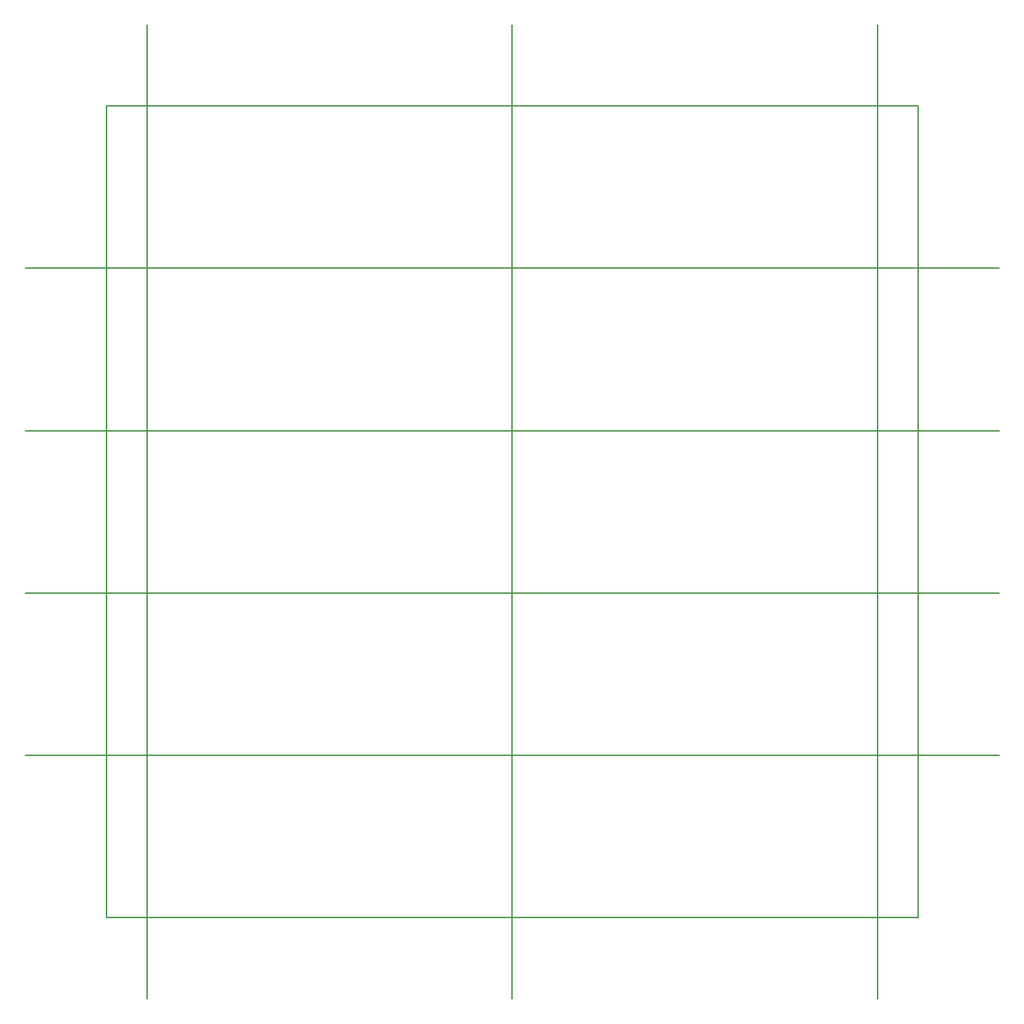
<source format=gbr>
G04 #@! TF.GenerationSoftware,KiCad,Pcbnew,(5.0.2)-1*
G04 #@! TF.CreationDate,2019-05-19T00:08:12-05:00*
G04 #@! TF.ProjectId,panel_luz_audioritmica,70616e65-6c5f-46c7-957a-5f617564696f,rev?*
G04 #@! TF.SameCoordinates,PX4b8e0a8PY86fe1b0*
G04 #@! TF.FileFunction,Profile,NP*
%FSLAX46Y46*%
G04 Gerber Fmt 4.6, Leading zero omitted, Abs format (unit mm)*
G04 Created by KiCad (PCBNEW (5.0.2)-1) date 5/19/2019 12:08:12 AM*
%MOMM*%
%LPD*%
G01*
G04 APERTURE LIST*
%ADD10C,0.200000*%
G04 APERTURE END LIST*
D10*
X-10000000Y20000000D02*
X110000000Y20000000D01*
X-10000000Y40000000D02*
X110000000Y40000000D01*
X-10000000Y60000000D02*
X110000000Y60000000D01*
X0Y0D02*
X100000000Y0D01*
X-10000000Y80000000D02*
X110000000Y80000000D01*
X0Y100000000D02*
X100000000Y100000000D01*
X50000000Y-10000000D02*
X50000000Y110000000D01*
X95000000Y-10000000D02*
X95000000Y110000000D01*
X5000000Y-10000000D02*
X5000000Y110000000D01*
X0Y0D02*
X0Y100000000D01*
X100000000Y100000000D02*
X100000000Y0D01*
M02*

</source>
